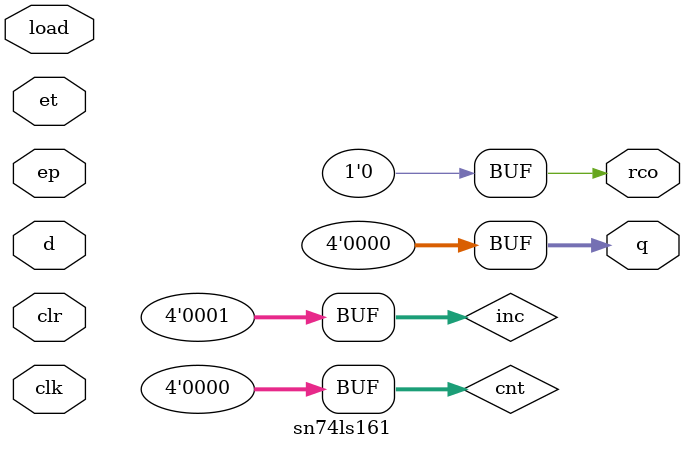
<source format=v>
module sn74ls161(q, rco, d, clr, clk, ep, et, load);
input [3:0] d;
input clr, clk, ep, et, load;
output [3:0] q;
output rco;
reg [3:0] cnt;
wire [3:0] inc;

parameter
	tPLH_min=0,  tPLH_typ=13, tPLH_max=24, // worst case
	tPHL_min=0,  tPHL_typ=18, tPHL_max=27,
	tPLHR_min=0, tPLHR_typ=20, tPLHR_max=35,
	tPHLR_min=0, tPHLR_typ=18, tPHLR_max=35;
	// clear delay ignored

initial
begin
	cnt <= 4'bxxxx;
end

always @(clr==0)
begin
	cnt <= 4'b0000;
end

assign inc = cnt+1;

always @(posedge clk)
begin
	if (load==0)
		cnt <= d;
	else if (ep==1 && et==1) begin
		cnt <= inc;
	end
end

	assign #(tPLH_min:tPLH_typ:tPLH_max, tPHL_min:tPHL_typ:tPHL_max)
		q = cnt;
	assign #(tPLHR_min:tPLHR_typ:tPLHR_max, tPHLR_min:tPHLR_typ:tPHLR_max)
		rco = cnt==15 ? 1 : 0;

endmodule

</source>
